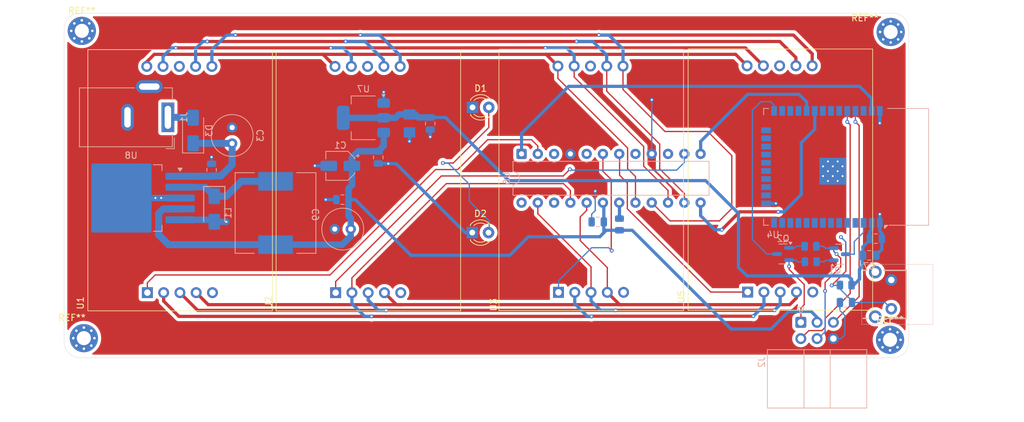
<source format=kicad_pcb>
(kicad_pcb (version 20241229) (generator "pcbnew") (generator_version "9.0")
  (layers (0 "F.Cu" signal) (2 "B.Cu" signal) (13 "F.Paste" user) (15 "B.Paste" user) (5 "F.SilkS" user "F.Silkscreen") (7 "B.SilkS" user "B.Silkscreen") (1 "F.Mask" user) (3 "B.Mask" user) (25 "Edge.Cuts" user))
  (net 0 "")
  (net 1 "GND")
  (net 2 "/pwr_in")
  (net 3 "3.3V")
  (net 4 "/EN")
  (net 5 "Net-(D3-A)")
  (net 6 "Net-(U8-OUT)")
  (net 7 "/RXD0")
  (net 8 "/DTR")
  (net 9 "/TXD0")
  (net 10 "/RTS")
  (net 11 "Net-(Q1-B)")
  (net 12 "/IO0")
  (net 13 "Net-(Q2-B)")
  (net 14 "Net-(U6-ISET)")
  (net 24 "+5V")
  (net 27 "/C")
  (net 28 "/A")
  (net 29 "/F")
  (net 30 "/B")
  (net 31 "/E")
  (net 32 "/G")
  (net 33 "/D")
  (net 36 "/DIG_3")
  (net 37 "/DIG_2")
  (net 38 "/DIG_0")
  (net 39 "/DIG_1")
  (net 41 "/Sec")
  (net 44 "/CS")
  (net 56 "/CLK")
  (net 65 "/MOSI")
  (footprint "MountingHole:MountingHole_2.2mm_M2_Pad_Via" (layer "F.Cu") (at 171.25 144)
    (property "Reference" "REF**")
    (property "Value" "MountingHole_2.2mm_M2_Pad_Via")
  )
  (footprint "Display_7Segment:SBC18-11SURKCGKWA" (layer "F.Cu") (at 139.685 139.4375 90)
    (property "Reference" "U5")
    (property "Value" "SBC18-11EGWA")
  )
  (footprint "LED_THT:LED_D3.0mm" (layer "F.Cu") (at 106.06 127.25)
    (property "Reference" "D2")
    (property "Value" "Red")
  )
  (footprint "MountingHole:MountingHole_2.2mm_M2_Pad_Via" (layer "F.Cu") (at 45.133274 95.733274)
    (property "Reference" "REF**")
    (property "Value" "MountingHole_2.2mm_M2_Pad_Via")
  )
  (footprint "Display_7Segment:SBC18-11SURKCGKWA" (layer "F.Cu") (at 45.93 139.5325 90)
    (property "Reference" "U1")
    (property "Value" "SBC18-11EGWA" (hide yes))
  )
  (footprint "Display_7Segment:SBC18-11SURKCGKWA" (layer "F.Cu") (at 75.37 139.54 90)
    (property "Reference" "U2")
    (property "Value" "SBC18-11EGWA")
  )
  (footprint "LED_THT:LED_D3.0mm" (layer "F.Cu") (at 106.1 107.68)
    (property "Reference" "D1")
    (property "Value" "Red")
  )
  (footprint "Display_7Segment:SBC18-11SURKCGKWA" (layer "F.Cu") (at 110.095 139.605 90)
    (property "Reference" "U3")
    (property "Value" "SBC18-11EGWA" (hide yes))
  )
  (footprint "MountingHole:MountingHole_2.2mm_M2_Pad_Via" (layer "F.Cu") (at 171.35 95.9)
    (property "Reference" "REF**")
    (property "Value" "MountingHole_2.2mm_M2_Pad_Via")
  )
  (footprint "MountingHole:MountingHole_2.2mm_M2_Pad_Via" (layer "F.Cu") (at 45.45 143.74)
    (property "Reference" "REF**")
    (property "Value" "MountingHole_2.2mm_M2_Pad_Via")
  )
  (footprint "Capacitor_SMD:CP_Elec_4x5.4" (layer "B.Cu") (at 85.47 116.8175 180)
    (property "Reference" "C1")
    (property "Value" "10uF")
  )
  (footprint "SparkFun-Capacitor:C_0805_2012Metric" (layer "B.Cu") (at 125.64 125.575 180)
    (property "Reference" "C12")
    (property "Value" "100nF")
  )
  (footprint "SparkFun-Fuse:1206" (layer "B.Cu") (at 96.26 110.1875 -90)
    (property "Reference" "C5")
    (property "Value" "22uF")
  )
  (footprint "RF_Module:ESP32-WROOM-32" (layer "B.Cu") (at 161.41 116.98 90)
    (property "Reference" "U4")
    (property "Value" "ESP32-WROOM-32")
  )
  (footprint "SparkFun-Switch:Push_PTH_RA_8-020_h7.5mm" (layer "B.Cu") (at 171.45 136.9 -90)
    (property "Reference" "SW1")
    (property "Value" "PTH_RA_h7.5mm")
  )
  (footprint "Package_TO_SOT_SMD:SOT-223-3_TabPin2" (layer "B.Cu") (at 89.08 109.3175 180)
    (property "Reference" "U7")
    (property "Value" "AMS1117-3.3")
  )
  (footprint "SparkFun-Capacitor:C_0805_2012Metric" (layer "B.Cu") (at 169.025 128.195)
    (property "Reference" "C8")
    (property "Value" "100nF")
  )
  (footprint "PCM_JLCPCB:R_0805" (layer "B.Cu") (at 158.89 131.8)
    (property "Reference" "R3" (hide yes))
    (property "Value" "10kΩ")
  )
  (footprint "SparkFun-Capacitor:C_0805_2012Metric" (layer "B.Cu") (at 91.39 115.4975 -90)
    (property "Reference" "C2")
    (property "Value" "100nF")
  )
  (footprint "Package_DIP:DIP-24_W7.62mm" (layer "B.Cu") (at 113.75 114.95 -90)
    (property "Reference" "U6")
    (property "Value" "MAX7221xNG")
  )
  (footprint "Capacitor_THT:C_Radial_D6.3mm_H7.0mm_P2.50mm" (layer "B.Cu") (at 68.59 113.3275 90)
    (property "Reference" "C3")
    (property "Value" "680uF")
  )
  (footprint "Connector_IDC:IDC-Header_2x03_P2.54mm_Horizontal" (layer "B.Cu") (at 157.33 141.27 -90)
    (property "Reference" "J2")
    (property "Value" "Conn_02x03_Top_Bottom")
  )
  (footprint "SparkFun-Capacitor:C_0805_2012Metric" (layer "B.Cu") (at 164.38 138.17 180)
    (property "Reference" "C11")
    (property "Value" "100nF")
  )
  (footprint "SparkFun-Capacitor:C_0805_2012Metric" (layer "B.Cu") (at 65.38 117.4475 90)
    (property "Reference" "C4")
    (property "Value" "100nF")
  )
  (footprint "PCM_JLCPCB:R_0805" (layer "B.Cu") (at 158.84 129.37 180)
    (property "Reference" "R2" (hide yes))
    (property "Value" "10kΩ")
  )
  (footprint "PCM_JLCPCB:R_0805" (layer "B.Cu") (at 129.03 125.975 -90)
    (property "Reference" "R1" (hide yes))
    (property "Value" "10kΩ")
  )
  (footprint "Package_TO_SOT_SMD:TO-263-5_TabPin3" (layer "B.Cu") (at 52.82 121.8475 180)
    (property "Reference" "U8")
    (property "Value" "LM2596S-5")
  )
  (footprint "PCM_JLCPCB:R_0805" (layer "B.Cu") (at 164.34 135.45)
    (property "Reference" "R4" (hide yes))
    (property "Value" "10kΩ")
  )
  (footprint "SparkFun-Capacitor:C_0805_2012Metric" (layer "B.Cu") (at 85.8 122.1 180)
    (property "Reference" "C10")
    (property "Value" "100nF")
  )
  (footprint "Connector_BarrelJack:BarrelJack_GCT_DCJ200-10-A_Horizontal" (layer "B.Cu") (at 58.56 109.2375 90)
    (property "Reference" "J1")
    (property "Value" "Barrel_Jack_Switch")
  )
  (footprint "Capacitor_THT:C_Radial_D6.3mm_H5.0mm_P2.50mm" (layer "B.Cu") (at 87.1 126.7 180)
    (property "Reference" "C9")
    (property "Value" "220uF")
  )
  (footprint "Capacitor_SMD:C_0805_2012Metric_Pad1.18x1.45mm_HandSolder" (layer "B.Cu") (at 168 130.8)
    (property "Reference" "C7")
    (property "Value" "22uF")
  )
  (footprint "SparkFun-Capacitor:C_0805_2012Metric" (layer "B.Cu") (at 99.5 110.2075 -90)
    (property "Reference" "C6")
    (property "Value" "100nF")
  )
  (footprint "Diode_SMD:D_SMA" (layer "B.Cu") (at 62.5 111.305 90)
    (property "Reference" "D3")
    (property "Value" "SS34")
  )
  (footprint "PCM_JLCPCB:D_SMA" (layer "B.Cu") (at 65.8 123.5575 -90)
    (property "Reference" "D4" (hide yes))
    (property "Value" "SS24")
  )
  (footprint "Inductor_SMD:L_12x12mm_H8mm" (layer "B.Cu") (at 75.36 124.1875 -90)
    (property "Reference" "L1")
    (property "Value" "L")
  )
  (footprint "Package_TO_SOT_SMD:SOT-23" (layer "B.Cu") (at 163.4075 130.63)
    (property "Reference" "Q1")
    (property "Value" "BC817")
  )
  (footprint "Package_TO_SOT_SMD:SOT-23" (layer "B.Cu") (at 154.55 130.5875 180)
    (property "Reference" "Q2")
    (property "Value" "BC817")
  )
  (gr_line (start 174.18 95.46) (end 174.18 144.31) (stroke (width 0.05)) (layer "Edge.Cuts"))
  (gr_line (start 42.37 144.31) (end 42.37 95.46) (stroke (width 0.05)) (layer "Edge.Cuts"))
  (gr_arc (start 174.18 144.31) (mid 173.447767 146.077767) (end 171.68 146.81) (stroke (width 0.05)) (layer "Edge.Cuts"))
  (gr_line (start 171.68 146.81) (end 44.87 146.81) (stroke (width 0.05)) (layer "Edge.Cuts"))
  (gr_arc (start 44.87 146.81) (mid 43.102233 146.077767) (end 42.37 144.31) (stroke (width 0.05)) (layer "Edge.Cuts"))
  (gr_arc (start 42.37 95.46) (mid 43.102233 93.692233) (end 44.87 92.96) (stroke (width 0.05)) (layer "Edge.Cuts"))
  (gr_arc (start 171.68 92.96) (mid 173.447767 93.692233) (end 174.18 95.46) (stroke (width 0.05)) (layer "Edge.Cuts"))
  (gr_line (start 44.87 92.96) (end 171.68 92.96) (stroke (width 0.05)) (layer "Edge.Cuts"))
  (via (at 57.52 121.8475) (size 0.6) (drill 0.3) (layers "F.Cu" "B.Cu") (net 1))
  (via (at 92.96 116.48) (size 0.6) (drill 0.3) (layers "F.Cu" "B.Cu") (net 1))
  (via (at 169.66 124.38) (size 0.6) (drill 0.3) (layers "F.Cu" "B.Cu") (net 1))
  (via (at 96.26 112.99) (size 0.6) (drill 0.3) (layers "F.Cu" "B.Cu") (net 1))
  (via (at 125.25 120.77) (size 0.6) (drill 0.3) (layers "F.Cu" "B.Cu") (net 1))
  (via (at 169.65 110.14) (size 0.6) (drill 0.3) (layers "F.Cu" "B.Cu") (net 1))
  (via (at 81.5 116.8) (size 0.6) (drill 0.3) (layers "F.Cu" "B.Cu") (net 1))
  (via (at 92.24 105.3) (size 0.6) (drill 0.3) (layers "F.Cu" "B.Cu") (net 1))
  (via (at 83.2 122.1) (size 0.6) (drill 0.3) (layers "F.Cu" "B.Cu") (net 1))
  (via (at 65.38 115.45) (size 0.6) (drill 0.3) (layers "F.Cu" "B.Cu") (net 1))
  (via (at 56.62 121.8475) (size 0.6) (drill 0.3) (layers "F.Cu" "B.Cu") (net 1))
  (via (at 99.5 112.3) (size 0.6) (drill 0.3) (layers "F.Cu" "B.Cu") (net 1))
  (via (at 134.08 106.51) (size 0.6) (drill 0.3) (layers "F.Cu" "B.Cu") (net 1))
  (via (at 153.44 122.69) (size 0.6) (drill 0.3) (layers "F.Cu" "B.Cu") (net 1))
  (via (at 67.69 125.57) (size 0.6) (drill 0.3) (layers "F.Cu" "B.Cu") (net 1))
  (segment (start 134.07 114.95) (end 134.07 106.52) (width 0.2) (layer "B.Cu") (net 1))
  (segment (start 169.975 128.195) (end 169.975 127.355) (width 0.5) (layer "B.Cu") (net 1))
  (segment (start 60.47 121.8475) (end 57.52 121.8475) (width 1) (layer "B.Cu") (net 1))
  (segment (start 151.9 122.69) (end 153.44 122.69) (width 0.5) (layer "B.Cu") (net 1))
  (segment (start 164.2 143.22) (end 164.2 140.19) (width 0.2) (layer "B.Cu") (net 1))
  (segment (start 164.2 140.19) (end 163.43 139.42) (width 0.2) (layer "B.Cu") (net 1))
  (segment (start 92.96 116.48) (end 94.18 116.48) (width 0.5) (layer "B.Cu") (net 1))
  (segment (start 67.6775 125.5575) (end 67.69 125.57) (width 1) (layer "B.Cu") (net 1))
  (segment (start 83.67 116.8175) (end 81.5175 116.8175) (width 0.5) (layer "B.Cu") (net 1))
  (segment (start 104.95 127.25) (end 106.06 127.25) (width 0.5) (layer "B.Cu") (net 1))
  (segment (start 94.18 116.48) (end 104.95 127.25) (width 0.5) (layer "B.Cu") (net 1))
  (segment (start 169.66 127.04) (end 169.66 125.73) (width 0.5) (layer "B.Cu") (net 1))
  (segment (start 65.49 125.2475) (end 65.8 125.5575) (width 1) (layer "B.Cu") (net 1))
  (segment (start 134.07 106.52) (end 134.08 106.51) (width 0.2) (layer "B.Cu") (net 1))
  (segment (start 163.43 139.42) (end 163.43 138.17) (width 0.2) (layer "B.Cu") (net 1))
  (segment (start 56.62 121.8475) (end 51.32 121.8475) (width 1) (layer "B.Cu") (net 1))
  (segment (start 125.25 123.81) (end 124.69 124.37) (width 0.2) (layer "B.Cu") (net 1))
  (segment (start 60.47 125.2475) (end 65.49 125.2475) (width 1) (layer "B.Cu") (net 1))
  (segment (start 169.975 128.195) (end 169.975 129.8625) (width 0.5) (layer "B.Cu") (net 1))
  (segment (start 169.66 125.73) (end 169.66 124.38) (width 0.5) (layer "B.Cu") (net 1))
  (segment (start 92.9275 116.4475) (end 91.39 116.4475) (width 0.5) (layer "B.Cu") (net 1))
  (segment (start 84.85 122.1) (end 83.2 122.1) (width 0.5) (layer "B.Cu") (net 1))
  (segment (start 169.66 108.23) (end 169.66 110.13) (width 0.5) (layer "B.Cu") (net 1))
  (segment (start 99.5 111.1575) (end 99.5 112.3) (width 0.5) (layer "B.Cu") (net 1))
  (segment (start 92.23 107.0175) (end 92.23 105.31) (width 0.5) (layer "B.Cu") (net 1))
  (segment (start 92.96 116.48) (end 92.9275 116.4475) (width 0.5) (layer "B.Cu") (net 1))
  (segment (start 65.8 125.5575) (end 67.6775 125.5575) (width 1) (layer "B.Cu") (net 1))
  (segment (start 163.61 143.81) (end 164.2 143.22) (width 0.2) (layer "B.Cu") (net 1))
  (segment (start 57.52 121.8475) (end 56.62 121.8475) (width 1) (layer "B.Cu") (net 1))
  (segment (start 169.66 110.13) (end 169.65 110.14) (width 0.5) (layer "B.Cu") (net 1))
  (segment (start 92.23 105.31) (end 92.24 105.3) (width 0.5) (layer "B.Cu") (net 1))
  (segment (start 162.41 143.81) (end 163.61 143.81) (width 0.2) (layer "B.Cu") (net 1))
  (segment (start 96.26 111.5875) (end 96.26 112.99) (width 0.5) (layer "B.Cu") (net 1))
  (segment (start 65.38 116.4975) (end 65.38 115.45) (width 0.2) (layer "B.Cu") (net 1))
  (segment (start 169.975 127.355) (end 169.66 127.04) (width 0.5) (layer "B.Cu") (net 1))
  (segment (start 125.25 120.77) (end 125.25 123.81) (width 0.2) (layer "B.Cu") (net 1))
  (segment (start 169.975 129.8625) (end 169.0375 130.8) (width 0.5) (layer "B.Cu") (net 1))
  (segment (start 124.69 124.37) (end 124.69 125.575) (width 0.2) (layer "B.Cu") (net 1))
  (segment (start 65.38 118.3975) (end 66.83 118.3975) (width 1.1) (layer "B.Cu") (net 2))
  (segment (start 68.59 116.6375) (end 68.59 113.3275) (width 1.1) (layer "B.Cu") (net 2))
  (segment (start 68.5675 113.305) (end 68.59 113.3275) (width 1.1) (layer "B.Cu") (net 2))
  (segment (start 65.33 118.4475) (end 65.38 118.3975) (width 1.1) (layer "B.Cu") (net 2))
  (segment (start 60.47 118.4475) (end 65.33 118.4475) (width 1.1) (layer "B.Cu") (net 2))
  (segment (start 62.5 113.305) (end 68.5675 113.305) (width 1.1) (layer "B.Cu") (net 2))
  (segment (start 66.83 118.3975) (end 68.59 116.6375) (width 1.1) (layer "B.Cu") (net 2))
  (segment (start 167.01 129.48) (end 167.015 129.485) (width 0.5) (layer "B.Cu") (net 3))
  (segment (start 94.6125 108.7875) (end 96.26 108.7875) (width 1) (layer "B.Cu") (net 3))
  (segment (start 147.6 132.69) (end 148.92 134.01) (width 0.5) (layer "B.Cu") (net 3))
  (segment (start 168.075 128.415) (end 167.01 129.48) (width 0.5) (layer "B.Cu") (net 3))
  (segment (start 168.075 128.195) (end 168.075 128.415) (width 0.5) (layer "B.Cu") (net 3))
  (segment (start 168.39 125.73) (end 168.39 126.79) (width 0.5) (layer "B.Cu") (net 3))
  (segment (start 147.6 124.25) (end 147.6 132.69) (width 0.5) (layer "B.Cu") (net 3))
  (segment (start 166.48 133.02) (end 166.48 134.54) (width 0.5) (layer "B.Cu") (net 3))
  (segment (start 166.9 131.03) (end 166.9 132.6) (width 0.5) (layer "B.Cu") (net 3))
  (segment (start 96.26 108.7875) (end 97.1875 108.7875) (width 1) (layer "B.Cu") (net 3))
  (segment (start 166.9 132.6) (end 166.48 133.02) (width 0.5) (layer "B.Cu") (net 3))
  (segment (start 101.8875 109.2575) (end 111.76 119.13) (width 0.5) (layer "B.Cu") (net 3))
  (segment (start 111.76 119.13) (end 142.48 119.13) (width 0.5) (layer "B.Cu") (net 3))
  (segment (start 168.075 127.105) (end 168.075 128.195) (width 0.5) (layer "B.Cu") (net 3))
  (segment (start 168.39 126.79) (end 168.075 127.105) (width 0.5) (layer "B.Cu") (net 3))
  (segment (start 94.0825 109.3175) (end 94.6125 108.7875) (width 1) (layer "B.Cu") (net 3))
  (segment (start 167.015 129.485) (end 167.015 130.915) (width 0.5) (layer "B.Cu") (net 3))
  (segment (start 166.48 134.54) (end 165.57 135.45) (width 0.5) (layer "B.Cu") (net 3))
  (segment (start 97.1875 108.7875) (end 97.6575 109.2575) (width 1) (layer "B.Cu") (net 3))
  (segment (start 165.25 134.55) (end 165.25 135.45) (width 0.5) (layer "B.Cu") (net 3))
  (segment (start 92.23 109.3175) (end 94.0825 109.3175) (width 1) (layer "B.Cu") (net 3))
  (segment (start 97.6575 109.2575) (end 99.5 109.2575) (width 1) (layer "B.Cu") (net 3))
  (segment (start 99.5 109.2575) (end 101.8875 109.2575) (width 0.5) (layer "B.Cu") (net 3))
  (segment (start 164.71 134.01) (end 165.25 134.55) (width 0.5) (layer "B.Cu") (net 3))
  (segment (start 85.93 109.3175) (end 92.23 109.3175) (width 1) (layer "B.Cu") (net 3))
  (segment (start 148.92 134.01) (end 164.71 134.01) (width 0.5) (layer "B.Cu") (net 3))
  (segment (start 165.57 135.45) (end 165.25 135.45) (width 0.5) (layer "B.Cu") (net 3))
  (segment (start 142.48 119.13) (end 147.6 124.25) (width 0.5) (layer "B.Cu") (net 3))
  (segment (start 164.36 128.72) (end 164.36 132.72) (width 0.2) (layer "F.Cu") (net 4))
  (segment (start 163.59 127.95) (end 164.36 128.72) (width 0.2) (layer "F.Cu") (net 4))
  (segment (start 164.36 133.29) (end 162.15 135.5) (width 0.2) (layer "F.Cu") (net 4))
  (segment (start 164.36 132.72) (end 164.36 133.29) (width 0.2) (layer "F.Cu") (net 4))
  (via (at 162.15 135.5) (size 0.6) (drill 0.3) (layers "F.Cu" "B.Cu") (net 4))
  (via (at 163.59 127.95) (size 0.6) (drill 0.3) (layers "F.Cu" "B.Cu") (net 4))
  (segment (start 165.33 138.17) (end 165.33 137.93) (width 0.2) (layer "B.Cu") (net 4))
  (segment (start 165.33 138.17) (end 170.47 138.17) (width 0.2) (layer "B.Cu") (net 4))
  (segment (start 165.15 137.99) (end 165.33 138.17) (width 0.2) (layer "B.Cu") (net 4))
  (segment (start 164.345 130.63) (end 165.64 130.63) (width 0.2) (layer "B.Cu") (net 4))
  (segment (start 165.67 128.65) (end 167.12 127.2) (width 0.2) (layer "B.Cu") (net 4))
  (segment (start 164.345 128.705) (end 163.59 127.95) (width 0.2) (layer "B.Cu") (net 4))
  (segment (start 165.67 130.6) (end 165.67 128.65) (width 0.2) (layer "B.Cu") (net 4))
  (segment (start 170.47 138.17) (end 171.45 139.15) (width 0.2) (layer "B.Cu") (net 4))
  (segment (start 163.43 136.03) (end 163.43 135.45) (width 0.2) (layer "B.Cu") (net 4))
  (segment (start 164.345 130.63) (end 164.345 128.705) (width 0.2) (layer "B.Cu") (net 4))
  (segment (start 167.12 127.2) (end 167.12 125.73) (width 0.2) (layer "B.Cu") (net 4))
  (segment (start 162.15 135.5) (end 163.38 135.5) (width 0.2) (layer "B.Cu") (net 4))
  (segment (start 165.64 130.63) (end 165.67 130.6) (width 0.2) (layer "B.Cu") (net 4))
  (segment (start 163.38 135.5) (end 163.43 135.45) (width 0.2) (layer "B.Cu") (net 4))
  (segment (start 165.33 137.93) (end 163.43 136.03) (width 0.2) (layer "B.Cu") (net 4))
  (segment (start 58.56 109.2375) (end 62.4325 109.2375) (width 1.1) (layer "B.Cu") (net 5))
  (segment (start 62.4325 109.2375) (end 62.5 109.305) (width 1.1) (layer "B.Cu") (net 5))
  (segment (start 65.8 121.5575) (end 67.69 121.5575) (width 1.1) (layer "B.Cu") (net 6))
  (segment (start 60.47 120.1475) (end 64.39 120.1475) (width 1) (layer "B.Cu") (net 6))
  (segment (start 67.69 121.5575) (end 70.01 119.2375) (width 1.1) (layer "B.Cu") (net 6))
  (segment (start 70.01 119.2375) (end 75.36 119.2375) (width 1.1) (layer "B.Cu") (net 6))
  (segment (start 64.39 120.1475) (end 65.8 121.5575) (width 1) (layer "B.Cu") (net 6))
  (segment (start 161.12 140.67) (end 161.12 142.05) (width 0.2) (layer "F.Cu") (net 7))
  (segment (start 161.12 142.05) (end 160.61 142.56) (width 0.2) (layer "F.Cu") (net 7))
  (segment (start 164.58 109.95) (end 165.03 110.4) (width 0.2) (layer "F.Cu") (net 7))
  (segment (start 165.03 110.4) (end 165.03 136.76) (width 0.2) (layer "F.Cu") (net 7))
  (segment (start 158.58 142.56) (end 157.33 143.81) (width 0.2) (layer "F.Cu") (net 7))
  (segment (start 160.61 142.56) (end 158.58 142.56) (width 0.2) (layer "F.Cu") (net 7))
  (segment (start 165.03 136.76) (end 161.12 140.67) (width 0.2) (layer "F.Cu") (net 7))
  (via (at 164.58 109.95) (size 0.6) (drill 0.3) (layers "F.Cu" "B.Cu") (net 7))
  (segment (start 164.58 108.23) (end 164.58 109.95) (width 0.2) (layer "B.Cu") (net 7))
  (segment (start 157.86 135.36) (end 157.86 138.51) (width 0.2) (layer "F.Cu") (net 8))
  (segment (start 157.35 141.25) (end 157.33 141.27) (width 0.2) (layer "F.Cu") (net 8))
  (segment (start 157.35 139.02) (end 157.35 141.25) (width 0.2) (layer "F.Cu") (net 8))
  (segment (start 157.86 138.51) (end 157.35 139.02) (width 0.2) (layer "F.Cu") (net 8))
  (segment (start 155.5 132.53) (end 155.5 133) (width 0.2) (layer "F.Cu") (net 8))
  (segment (start 155.5 133) (end 157.86 135.36) (width 0.2) (layer "F.Cu") (net 8))
  (via (at 155.5 132.53) (size 0.6) (drill 0.3) (layers "F.Cu" "B.Cu") (net 8))
  (segment (start 156.8 131.81) (end 157.97 131.81) (width 0.2) (layer "B.Cu") (net 8))
  (segment (start 157.97 131.81) (end 157.98 131.8) (width 0.2) (layer "B.Cu") (net 8))
  (segment (start 155.5 132.53) (end 155.5 132.27) (width 0.2) (layer "B.Cu") (net 8))
  (segment (start 155.4875 131.5375) (end 156.5275 131.5375) (width 0.2) (layer "B.Cu") (net 8))
  (segment (start 156.5275 131.5375) (end 156.8 131.81) (width 0.2) (layer "B.Cu") (net 8))
  (segment (start 155.5 132.27) (end 155.4875 132.2575) (width 0.2) (layer "B.Cu") (net 8))
  (segment (start 155.4875 132.2575) (end 155.4875 131.5375) (width 0.2) (layer "B.Cu") (net 8))
  (segment (start 166.43 137.25) (end 162.41 141.27) (width 0.2) (layer "F.Cu") (net 9))
  (segment (start 166.43 110.52) (end 166.43 137.25) (width 0.2) (layer "F.Cu") (net 9))
  (segment (start 165.85 109.94) (end 166.43 110.52) (width 0.2) (layer "F.Cu") (net 9))
  (via (at 165.85 109.94) (size 0.6) (drill 0.3) (layers "F.Cu" "B.Cu") (net 9))
  (segment (start 165.85 108.23) (end 165.85 109.94) (width 0.2) (layer "B.Cu") (net 9))
  (segment (start 161.12 135.03) (end 161.12 136.38) (width 0.2) (layer "F.Cu") (net 10))
  (segment (start 163.55 131.25) (end 163.55 132.6) (width 0.2) (layer "F.Cu") (net 10))
  (segment (start 163.55 132.6) (end 161.12 135.03) (width 0.2) (layer "F.Cu") (net 10))
  (segment (start 162.9 130.6) (end 163.55 131.25) (width 0.2) (layer "F.Cu") (net 10))
  (segment (start 162.47 130.17) (end 162.47 130.14) (width 0.2) (layer "F.Cu") (net 10))
  (segment (start 162.9 130.6) (end 162.47 130.17) (width 0.2) (layer "F.Cu") (net 10))
  (via (at 161.12 136.38) (size 0.6) (drill 0.3) (layers "F.Cu" "B.Cu") (net 10))
  (via (at 162.9 130.6) (size 0.6) (drill 0.3) (layers "F.Cu" "B.Cu") (net 10))
  (segment (start 160.05 143.81) (end 159.87 143.81) (width 0.2) (layer "B.Cu") (net 10))
  (segment (start 161.12 136.38) (end 161.12 142.74) (width 0.2) (layer "B.Cu") (net 10))
  (segment (start 160.84 129.37) (end 159.75 129.37) (width 0.2) (layer "B.Cu") (net 10))
  (segment (start 161.12 142.74) (end 160.05 143.81) (width 0.2) (layer "B.Cu") (net 10))
  (segment (start 161.15 129.68) (end 160.84 129.37) (width 0.2) (layer "B.Cu") (net 10))
  (segment (start 162.9 130.6) (end 162.47 130.17) (width 0.2) (layer "B.Cu") (net 10))
  (segment (start 162.47 130.17) (end 162.47 129.68) (width 0.2) (layer "B.Cu") (net 10))
  (segment (start 162.47 129.68) (end 161.15 129.68) (width 0.2) (layer "B.Cu") (net 10))
  (segment (start 162.47 131.58) (end 161.21 131.58) (width 0.2) (layer "B.Cu") (net 11))
  (segment (start 161.21 131.58) (end 160.99 131.8) (width 0.2) (layer "B.Cu") (net 11))
  (segment (start 160.99 131.8) (end 159.8 131.8) (width 0.2) (layer "B.Cu") (net 11))
  (segment (start 149.77 128.33) (end 149.77 108.13) (width 0.2) (layer "B.Cu") (net 12))
  (segment (start 152.0275 130.5875) (end 149.77 128.33) (width 0.2) (layer "B.Cu") (net 12))
  (segment (start 152.6 106.8) (end 153.15 107.35) (width 0.2) (layer "B.Cu") (net 12))
  (segment (start 153.6125 130.5875) (end 152.0275 130.5875) (width 0.2) (layer "B.Cu") (net 12))
  (segment (start 153.15 107.35) (end 153.15 108.23) (width 0.2) (layer "B.Cu") (net 12))
  (segment (start 151.1 106.8) (end 152.6 106.8) (width 0.2) (layer "B.Cu") (net 12))
  (segment (start 149.77 108.13) (end 151.1 106.8) (width 0.2) (layer "B.Cu") (net 12))
  (segment (start 155.4875 129.6375) (end 156.3925 129.6375) (width 0.2) (layer "B.Cu") (net 13))
  (segment (start 156.66 129.37) (end 157.93 129.37) (width 0.2) (layer "B.Cu") (net 13))
  (segment (start 156.3925 129.6375) (end 156.66 129.37) (width 0.2) (layer "B.Cu") (net 13))
  (segment (start 129.03 122.61) (end 128.99 122.57) (width 0.5) (layer "B.Cu") (net 14))
  (segment (start 129.03 125.065) (end 129.03 122.61) (width 0.5) (layer "B.Cu") (net 14))
  (segment (start 60.47 123.5475) (end 57.85 123.5475) (width 1.1) (layer "B.Cu") (net 24))
  (segment (start 87.27 116.8175) (end 87.27 115.53) (width 1) (layer "B.Cu") (net 24))
  (segment (start 87.3 119.8) (end 87.3 116.8475) (width 1) (layer "B.Cu") (net 24))
  (segment (start 57.85 123.5475) (end 57.13 124.2675) (width 1.1) (layer "B.Cu") (net 24))
  (segment (start 126.59 127.27) (end 126.975 126.885) (width 0.5) (layer "B.Cu") (net 24))
  (segment (start 87.1 125) (end 87.1 126.7) (width 1) (layer "B.Cu") (net 24))
  (segment (start 87.8 122.1) (end 86.75 122.1) (width 0.5) (layer "B.Cu") (net 24))
  (segment (start 159.87 140.49) (end 159.87 141.27) (width 0.5) (layer "B.Cu") (net 24))
  (segment (start 158.94 139.56) (end 159.87 140.49) (width 0.5) (layer "B.Cu") (net 24))
  (segment (start 126.59 127.27) (end 125.96 127.9) (width 0.5) (layer "B.Cu") (net 24))
  (segment (start 129.03 126.885) (end 131.015 126.885) (width 0.5) (layer "B.Cu") (net 24))
  (segment (start 155.43 139.56) (end 158.94 139.56) (width 0.5) (layer "B.Cu") (net 24))
  (segment (start 88.2525 114.5475) (end 91.39 114.5475) (width 1) (layer "B.Cu") (net 24))
  (segment (start 87.1 127.8) (end 87.1 126.7) (width 1) (layer "B.Cu") (net 24))
  (segment (start 152.69 142.3) (end 155.43 139.56) (width 0.5) (layer "B.Cu") (net 24))
  (segment (start 57.13 124.2675) (end 57.13 127.5875) (width 1.1) (layer "B.Cu") (net 24))
  (segment (start 87.3 116.8475) (end 87.27 116.8175) (width 1) (layer "B.Cu") (net 24))
  (segment (start 87.27 115.53) (end 88.2525 114.5475) (width 1) (layer "B.Cu") (net 24))
  (segment (start 91.39 114.5475) (end 91.44 114.5475) (width 1.1) (layer "B.Cu") (net 24))
  (segment (start 91.39 114.5475) (end 92.23 113.7075) (width 1) (layer "B.Cu") (net 24))
  (segment (start 111.9 130.8) (end 96.5 130.8) (width 0.5) (layer "B.Cu") (net 24))
  (segment (start 96.5 130.8) (end 87.8 122.1) (width 0.5) (layer "B.Cu") (net 24))
  (segment (start 92.23 113.7075) (end 92.23 111.6175) (width 1) (layer "B.Cu") (net 24))
  (segment (start 58.68 129.1375) (end 75.36 129.1375) (width 1.1) (layer "B.Cu") (net 24))
  (segment (start 86.75 124.65) (end 87.1 125) (width 1) (layer "B.Cu") (net 24))
  (segment (start 126.59 127.27) (end 126.59 125.575) (width 0.5) (layer "B.Cu") (net 24))
  (segment (start 131.015 126.885) (end 146.43 142.3) (width 0.5) (layer "B.Cu") (net 24))
  (segment (start 125.96 127.9) (end 114.8 127.9) (width 0.5) (layer "B.Cu") (net 24))
  (segment (start 126.59 125.575) (end 126.59 122.71) (width 0.5) (layer "B.Cu") (net 24))
  (segment (start 91.3425 114.5) (end 91.39 114.5475) (width 1) (layer "B.Cu") (net 24))
  (segment (start 85.7625 129.1375) (end 87.1 127.8) (width 1) (layer "B.Cu") (net 24))
  (segment (start 75.36 129.1375) (end 85.7625 129.1375) (width 1) (layer "B.Cu") (net 24))
  (segment (start 146.43 142.3) (end 152.69 142.3) (width 0.5) (layer "B.Cu") (net 24))
  (segment (start 86.75 122.1) (end 86.75 124.65) (width 1) (layer "B.Cu") (net 24))
  (segment (start 114.8 127.9) (end 111.9 130.8) (width 0.5) (layer "B.Cu") (net 24))
  (segment (start 126.975 126.885) (end 129.03 126.885) (width 0.5) (layer "B.Cu") (net 24))
  (segment (start 126.4 122.52) (end 126.45 122.57) (width 0.5) (layer "B.Cu") (net 24))
  (segment (start 126.59 122.71) (end 126.45 122.57) (width 0.5) (layer "B.Cu") (net 24))
  (segment (start 86.75 120.35) (end 87.3 119.8) (width 1) (layer "B.Cu") (net 24))
  (segment (start 91.37 114.5275) (end 91.39 114.5475) (width 1.1) (layer "B.Cu") (net 24))
  (segment (start 86.75 122.1) (end 86.75 120.35) (width 1) (layer "B.Cu") (net 24))
  (segment (start 57.13 127.5875) (end 58.68 129.1375) (width 1.1) (layer "B.Cu") (net 24))
  (segment (start 155.6 138.51) (end 129.41 138.51) (width 0.5) (layer "F.Cu") (net 27))
  (segment (start 129.41 138.51) (end 129.06 138.51) (width 0.5) (layer "F.Cu") (net 27))
  (segment (start 122.9 124.8) (end 123.91 123.79) (width 0.2) (layer "F.Cu") (net 27))
  (segment (start 95.1 138.51) (end 64.8575 138.51) (width 0.5) (layer "F.Cu") (net 27))
  (segment (start 123.91 123.79) (end 123.91 122.57) (width 0.2) (layer "F.Cu") (net 27))
  (segment (start 122.9 128.493956) (end 122.9 124.8) (width 0.2) (layer "F.Cu") (net 27))
  (segment (start 127.135 132.728956) (end 122.9 128.493956) (width 0.2) (layer "F.Cu") (net 27))
  (segment (start 156.655 137.455) (end 155.6 138.51) (width 0.5) (layer "F.Cu") (net 27))
  (segment (start 129.06 138.51) (end 127.135 136.585) (width 0.5) (layer "F.Cu") (net 27))
  (segment (start 94.23 138.51) (end 92.36 136.64) (width 0.5) (layer "F.Cu") (net 27))
  (segment (start 64.8575 138.51) (end 62.98 136.6325) (width 0.5) (layer "F.Cu") (net 27))
  (segment (start 129.41 138.51) (end 95.1 138.51) (width 0.5) (layer "F.Cu") (net 27))
  (segment (start 156.655 136.5375) (end 156.655 137.455) (width 0.5) (layer "F.Cu") (net 27))
  (segment (start 95.1 138.51) (end 94.23 138.51) (width 0.5) (layer "F.Cu") (net 27))
  (segment (start 127.135 136.585) (end 127.135 132.728956) (width 0.2) (layer "F.Cu") (net 27))
  (segment (start 127.045 101.235) (end 127.045 105.155) (width 0.2) (layer "F.Cu") (net 28))
  (segment (start 139.15 121.13) (end 139.15 122.57) (width 0.2) (layer "F.Cu") (net 28))
  (segment (start 135.31 113.42) (end 135.31 117.29) (width 0.2) (layer "F.Cu") (net 28))
  (segment (start 122.32 97.39) (end 154.05 97.39) (width 0.5) (layer "F.Cu") (net 28))
  (segment (start 64.7 97.39) (end 86.3 97.39) (width 0.5) (layer "F.Cu") (net 28))
  (segment (start 154.05 97.39) (end 156.565 99.905) (width 0.5) (layer "F.Cu") (net 28))
  (segment (start 86.3 97.39) (end 86.31 97.39) (width 0.5) (layer "F.Cu") (net 28))
  (segment (start 135.31 117.29) (end 139.15 121.13) (width 0.2) (layer "F.Cu") (net 28))
  (segment (start 127.045 105.155) (end 135.31 113.42) (width 0.2) (layer "F.Cu") (net 28))
  (segment (start 156.565 99.905) (end 156.565 101.1875) (width 0.5) (layer "F.Cu") (net 28))
  (segment (start 86.3 97.39) (end 122.32 97.39) (width 0.5) (layer "F.Cu") (net 28))
  (via (at 64.7 97.39) (size 0.6) (drill 0.3) (layers "F.Cu" "B.Cu") (net 28))
  (via (at 122.32 97.39) (size 0.6) (drill 0.3) (layers "F.Cu" "B.Cu") (net 28))
  (via (at 86.3 97.39) (size 0.6) (drill 0.3) (layers "F.Cu" "B.Cu") (net 28))
  (segment (start 124.89 97.39) (end 127.03 99.53) (width 0.5) (layer "B.Cu") (net 28))
  (segment (start 127.03 99.53) (end 127.03 101.22) (width 0.5) (layer "B.Cu") (net 28))
  (segment (start 92.2 100.24) (end 92.2 101.22) (width 0.5) (layer "B.Cu") (net 28))
  (segment (start 127.03 101.22) (end 127.045 101.235) (width 0.5) (layer "B.Cu") (net 28))
  (segment (start 89.35 97.39) (end 92.2 100.24) (width 0.5) (layer "B.Cu") (net 28))
  (segment (start 86.3 97.39) (end 89.35 97.39) (width 0.5) (layer "B.Cu") (net 28))
  (segment (start 64.02 97.39) (end 62.89 98.52) (width 0.5) (layer "B.Cu") (net 28))
  (segment (start 122.32 97.39) (end 124.89 97.39) (width 0.5) (layer "B.Cu") (net 28))
  (segment (start 62.89 98.52) (end 62.89 101.2825) (width 0.5) (layer "B.Cu") (net 28))
  (segment (start 64.7 97.39) (end 64.02 97.39) (width 0.5) (layer "B.Cu") (net 28))
  (segment (start 92.2 101.22) (end 92.27 101.29) (width 0.5) (layer "B.Cu") (net 28))
  (segment (start 59.8 98.39) (end 83.99 98.39) (width 0.5) (layer "F.Cu") (net 29))
  (segment (start 121.965 102.955) (end 132.81 113.8) (width 0.2) (layer "F.Cu") (net 29))
  (segment (start 121.965 101.235) (end 121.965 102.955) (width 0.2) (layer "F.Cu") (net 29))
  (segment (start 132.81 116.87) (end 136.61 120.67) (width 0.2) (layer "F.Cu") (net 29))
  (segment (start 117.48 98.39) (end 148.6875 98.39) (width 0.5) (layer "F.Cu") (net 29))
  (segment (start 83.99 98.39) (end 117.48 98.39) (width 0.5) (layer "F.Cu") (net 29))
  (segment (start 136.61 120.67) (end 136.61 122.57) (width 0.2) (layer "F.Cu") (net 29))
  (segment (start 132.81 113.8) (end 132.81 116.87) (width 0.2) (layer "F.Cu") (net 29))
  (segment (start 148.6875 98.39) (end 151.485 101.1875) (width 0.5) (layer "F.Cu") (net 29))
  (via (at 117.48 98.39) (size 0.6) (drill 0.3) (layers "F.Cu" "B.Cu") (net 29))
  (via (at 59.8 98.39) (size 0.6) (drill 0.3) (layers "F.Cu" "B.Cu") (net 29))
  (via (at 83.99 98.39) (size 0.6) (drill 0.3) (layers "F.Cu" "B.Cu") (net 29))
  (segment (start 87.19 99.67) (end 87.19 101.29) (width 0.5) (layer "B.Cu") (net 29))
  (segment (start 117.48 98.39) (end 120.79 98.39) (width 0.5) (layer "B.Cu") (net 29))
  (segment (start 59.8 98.39) (end 59.14 98.39) (width 0.5) (layer "B.Cu") (net 29))
  (segment (start 85.91 98.39) (end 87.19 99.67) (width 0.5) (layer "B.Cu") (net 29))
  (segment (start 83.99 98.39) (end 85.91 98.39) (width 0.5) (layer "B.Cu") (net 29))
  (segment (start 121.965 99.565) (end 121.965 101.235) (width 0.5) (layer "B.Cu") (net 29))
  (segment (start 57.81 99.72) (end 57.81 101.2825) (width 0.5) (layer "B.Cu") (net 29))
  (segment (start 59.14 98.39) (end 57.81 99.72) (width 0.5) (layer "B.Cu") (net 29))
  (segment (start 120.79 98.39) (end 121.965 99.565) (width 0.5) (layer "B.Cu") (net 29))
  (segment (start 129.58 101.24) (end 129.58 104.9) (width 0.2) (layer "F.Cu") (net 30))
  (segment (start 125.82 96.38) (end 156.17 96.38) (width 0.5) (layer "F.Cu") (net 30))
  (segment (start 136.13 111.45) (end 142.79 111.45) (width 0.2) (layer "F.Cu") (net 30))
  (segment (start 88.59 96.38) (end 125.82 96.38) (width 0.5) (layer "F.Cu") (net 30))
  (segment (start 142.79 111.45) (end 146.56 115.22) (width 0.2) (layer "F.Cu") (net 30))
  (segment (start 146.56 123.49) (end 144.63 125.42) (width 0.2) (layer "F.Cu") (net 30))
  (segment (start 136.92 125.42) (end 134.07 122.57) (width 0.2) (layer "F.Cu") (net 30))
  (segment (start 159.105 99.315) (end 159.105 101.1875) (width 0.5) (layer "F.Cu") (net 30))
  (segment (start 156.17 96.38) (end 159.105 99.315) (width 0.5) (layer "F.Cu") (net 30))
  (segment (start 129.58 104.9) (end 136.13 111.45) (width 0.2) (layer "F.Cu") (net 30))
  (segment (start 69.1 96.38) (end 88.59 96.38) (width 0.5) (layer "F.Cu") (net 30))
  (segment (start 129.585 101.235) (end 129.58 101.24) (width 0.2) (layer "F.Cu") (net 30))
  (segment (start 144.63 125.42) (end 136.92 125.42) (width 0.2) (layer "F.Cu") (net 30))
  (segment (start 146.56 115.22) (end 146.56 123.49) (width 0.2) (layer "F.Cu") (net 30))
  (via (at 69.1 96.38) (size 0.6) (drill 0.3) (layers "F.Cu" "B.Cu") (net 30))
  (via (at 88.59 96.38) (size 0.6) (drill 0.3) (layers "F.Cu" "B.Cu") (net 30))
  (via (at 125.82 96.38) (size 0.6) (drill 0.3) (layers "F.Cu" "B.Cu") (net 30))
  (segment (start 127.38 96.38) (end 129.6 98.6) (width 0.5) (layer "B.Cu") (net 30))
  (segment (start 69.1 96.38) (end 67.72 96.38) (width 0.5) (layer "B.Cu") (net 30))
  (segment (start 88.59 96.38) (end 91.6 96.38) (width 0.5) (layer "B.Cu") (net 30))
  (segment (start 91.6 96.38) (end 94.81 99.59) (width 0.5) (layer "B.Cu") (net 30))
  (segment (start 67.72 96.38) (end 65.43 98.67) (width 0.5) (layer "B.Cu") (net 30))
  (segment (start 94.81 99.59) (end 94.81 101.29) (width 0.5) (layer "B.Cu") (net 30))
  (segment (start 125.82 96.38) (end 127.38 96.38) (width 0.5) (layer "B.Cu") (net 30))
  (segment (start 129.585 98.615) (end 129.585 101.235) (width 0.5) (layer "B.Cu") (net 30))
  (segment (start 65.43 98.67) (end 65.43 101.2825) (width 0.5) (layer "B.Cu") (net 30))
  (segment (start 129.6 98.6) (end 129.585 98.615) (width 0.5) (layer "B.Cu") (net 30))
  (segment (start 121.37 120.67) (end 121.37 122.57) (width 0.2) (layer "F.Cu") (net 31))
  (segment (start 149.91 140.31) (end 124.66 140.31) (width 0.5) (layer "F.Cu") (net 31))
  (segment (start 87.28 134.33) (end 102.01 119.6) (width 0.2) (layer "F.Cu") (net 31))
  (segment (start 60.29 140.34) (end 57.9 137.95) (width 0.5) (layer "F.Cu") (net 31))
  (segment (start 57.9 137.95) (end 57.9 136.6325) (width 0.5) (layer "F.Cu") (net 31))
  (segment (start 90.34 140.34) (end 60.29 140.34) (width 0.5) (layer "F.Cu") (net 31))
  (segment (start 90.34 140.34) (end 90.340001 140.339999) (width 0.5) (layer "F.Cu") (net 31))
  (segment (start 120.3 119.6) (end 121.37 120.67) (width 0.2) (layer "F.Cu") (net 31))
  (segment (start 124.671157 140.339999) (end 90.34 140.34) (width 0.5) (layer "F.Cu") (net 31))
  (segment (start 102.01 119.6) (end 120.3 119.6) (width 0.2) (layer "F.Cu") (net 31))
  (segment (start 87.28 136.64) (end 87.28 134.33) (width 0.2) (layer "F.Cu") (net 31))
  (via (at 90.34 140.34) (size 0.6) (drill 0.3) (layers "F.Cu" "B.Cu") (net 31))
  (via (at 149.91 140.31) (size 0.6) (drill 0.3) (layers "F.Cu" "B.Cu") (net 31))
  (via (at 124.671157 140.339999) (size 0.6) (drill 0.3) (layers "F.Cu" "B.Cu") (net 31))
  (segment (start 87.28 138.34) (end 87.28 136.64) (width 0.5) (layer "B.Cu") (net 31))
  (segment (start 151.575 136.5375) (end 151.575 138.645) (width 0.5) (layer "B.Cu") (net 31))
  (segment (start 89.28 140.34) (end 87.28 138.34) (width 0.5) (layer "B.Cu") (net 31))
  (segment (start 90.34 140.34) (end 89.28 140.34) (width 0.5) (layer "B.Cu") (net 31))
  (segment (start 124.671157 140.339999) (end 124.029999 140.339999) (width 0.5) (layer "B.Cu") (net 31))
  (segment (start 122.055 138.365) (end 122.055 136.585) (width 0.5) (layer "B.Cu") (net 31))
  (segment (start 151.575 138.645) (end 149.91 140.31) (width 0.5) (layer "B.Cu") (net 31))
  (segment (start 124.029999 140.339999) (end 122.055 138.365) (width 0.5) (layer "B.Cu") (net 31))
  (segment (start 119.425 103.165) (end 130.3 114.04) (width 0.2) (layer "F.Cu") (net 32))
  (segment (start 82.76 99.4) (end 84.65 101.29) (width 0.5) (layer "F.Cu") (net 32))
  (segment (start 147.1575 99.4) (end 148.945 101.1875) (width 0.5) (layer "F.Cu") (net 32))
  (segment (start 55.27 101.2825) (end 55.27 100.57) (width 0.5) (layer "F.Cu") (net 32))
  (segment (start 82.76 99.4) (end 117.59 99.4) (width 0.5) (layer "F.Cu") (net 32))
  (segment (start 130.3 114.04) (end 130.3 117.26) (width 0.2) (layer "F.Cu") (net 32))
  (segment (start 55.27 100.57) (end 56.44 99.4) (width 0.5) (layer "F.Cu") (net 32))
  (segment (start 117.59 99.4) (end 147.1575 99.4) (width 0.5) (layer "F.Cu") (net 32))
  (segment (start 56.44 99.4) (end 82.76 99.4) (width 0.5) (layer "F.Cu") (net 32))
  (segment (start 130.3 117.26) (end 131.53 118.49) (width 0.2) (layer "F.Cu") (net 32))
  (segment (start 119.425 101.235) (end 119.425 103.165) (width 0.2) (layer "F.Cu") (net 32))
  (segment (start 117.59 99.4) (end 119.425 101.235) (width 0.5) (layer "F.Cu") (net 32))
  (segment (start 131.53 118.49) (end 131.53 122.57) (width 0.2) (layer "F.Cu") (net 32))
  (segment (start 63.2075 139.4) (end 60.44 136.6325) (width 0.5) (layer "F.Cu") (net 33))
  (segment (start 116.29 124.3) (end 116.29 122.57) (width 0.2) (layer "F.Cu") (net 33))
  (segment (start 92.62 139.4) (end 63.2075 139.4) (width 0.5) (layer "F.Cu") (net 33))
  (segment (start 92.63 139.39) (end 92.62 139.4) (width 0.5) (layer "F.Cu") (net 33))
  (segment (start 128.44 139.39) (end 92.63 139.39) (width 0.5) (layer "F.Cu") (net 33))
  (segment (start 124.595 136.585) (end 124.595 132.605) (width 0.2) (layer "F.Cu") (net 33))
  (segment (start 124.595 132.605) (end 116.29 124.3) (width 0.2) (layer "F.Cu") (net 33))
  (segment (start 153.22 139.39) (end 128.44 139.39) (width 0.5) (layer "F.Cu") (net 33))
  (via (at 153.22 139.39) (size 0.6) (drill 0.3) (layers "F.Cu" "B.Cu") (net 33))
  (via (at 92.62 139.4) (size 0.6) (drill 0.3) (layers "F.Cu" "B.Cu") (net 33))
  (via (at 128.44 139.39) (size 0.6) (drill 0.3) (layers "F.Cu" "B.Cu") (net 33))
  (segment (start 91.42 139.4) (end 89.82 137.8) (width 0.5) (layer "B.Cu") (net 33))
  (segment (start 89.82 137.8) (end 89.82 136.64) (width 0.5) (layer "B.Cu") (net 33))
  (segment (start 154.115 138.495) (end 153.22 139.39) (width 0.5) (layer "B.Cu") (net 33))
  (segment (start 92.62 139.4) (end 91.42 139.4) (width 0.5) (layer "B.Cu") (net 33))
  (segment (start 154.115 136.5375) (end 154.115 138.495) (width 0.5) (layer "B.Cu") (net 33))
  (segment (start 124.595 137.915) (end 124.595 136.585) (width 0.5) (layer "B.Cu") (net 33))
  (segment (start 126.07 139.39) (end 124.595 137.915) (width 0.5) (layer "B.Cu") (net 33))
  (segment (start 128.44 139.39) (end 126.07 139.39) (width 0.5) (layer "B.Cu") (net 33))
  (segment (start 129.05 115.01) (end 128.99 114.95) (width 0.2) (layer "F.Cu") (net 36))
  (segment (start 130.26 119.49) (end 129.05 118.28) (width 0.2) (layer "F.Cu") (net 36))
  (segment (start 129.05 118.28) (end 129.05 115.01) (width 0.2) (layer "F.Cu") (net 36))
  (segment (start 149.035 136.5375) (end 143.2675 136.5375) (width 0.2) (layer "F.Cu") (net 36))
  (segment (start 143.2675 136.5375) (end 130.26 123.53) (width 0.2) (layer "F.Cu") (net 36))
  (segment (start 130.26 123.53) (end 130.26 119.49) (width 0.2) (layer "F.Cu") (net 36))
  (segment (start 127.82 130.07) (end 127.75 130) (width 0.2) (layer "F.Cu") (net 37))
  (segment (start 126.45 117.67) (end 126.45 114.95) (width 0.2) (layer "F.Cu") (net 37))
  (segment (start 127.75 118.97) (end 126.45 117.67) (width 0.2) (layer "F.Cu") (net 37))
  (segment (start 127.75 130) (end 127.75 118.97) (width 0.2) (layer "F.Cu") (net 37))
  (via (at 127.82 130.07) (size 0.6) (drill 0.3) (layers "F.Cu" "B.Cu") (net 37))
  (segment (start 124.7 129.61) (end 127.35 129.61) (width 0.2) (layer "B.Cu") (net 37))
  (segment (start 127.81 130.07) (end 127.82 130.07) (width 0.2) (layer "B.Cu") (net 37))
  (segment (start 119.52 136.58) (end 119.52 134.79) (width 0.2) (layer "B.Cu") (net 37))
  (segment (start 119.52 134.79) (end 124.7 129.61) (width 0.2) (layer "B.Cu") (net 37))
  (segment (start 127.35 129.61) (end 127.81 130.07) (width 0.2) (layer "B.Cu") (net 37))
  (segment (start 119.515 136.585) (end 119.52 136.58) (width 0.2) (layer "B.Cu") (net 37))
  (segment (start 116.29 113.72) (end 116.29 114.95) (width 0.2) (layer "F.Cu") (net 38))
  (segment (start 103.8 117.4) (end 108.46 112.74) (width 0.2) (layer "F.Cu") (net 38))
  (segment (start 56.58 133.87) (end 83.86 133.87) (width 0.2) (layer "F.Cu") (net 38))
  (segment (start 83.86 133.87) (end 100.33 117.4) (width 0.2) (layer "F.Cu") (net 38))
  (segment (start 108.46 112.74) (end 115.31 112.74) (width 0.2) (layer "F.Cu") (net 38))
  (segment (start 115.31 112.74) (end 116.29 113.72) (width 0.2) (layer "F.Cu") (net 38))
  (segment (start 55.36 135.09) (end 56.58 133.87) (width 0.2) (layer "F.Cu") (net 38))
  (segment (start 55.36 136.6325) (end 55.36 135.09) (width 0.2) (layer "F.Cu") (net 38))
  (segment (start 100.33 117.4) (end 103.8 117.4) (width 0.2) (layer "F.Cu") (net 38))
  (segment (start 101.24 118.4) (end 84.74 134.9) (width 0.2) (layer "F.Cu") (net 39))
  (segment (start 120.26 118.4) (end 101.24 118.4) (width 0.2) (layer "F.Cu") (net 39))
  (segment (start 121.3 117.36) (end 120.26 118.4) (width 0.2) (layer "F.Cu") (net 39))
  (segment (start 84.74 134.9) (end 84.74 136.64) (width 0.2) (layer "F.Cu") (net 39))
  (via (at 121.3 117.36) (size 0.6) (drill 0.3) (layers "F.Cu" "B.Cu") (net 39))
  (segment (start 121.43 117.49) (end 137.95 117.49) (width 0.2) (layer "B.Cu") (net 39))
  (segment (start 137.95 117.49) (end 139.15 116.29) (width 0.2) (layer "B.Cu") (net 39))
  (segment (start 139.15 116.29) (end 139.15 114.95) (width 0.2) (layer "B.Cu") (net 39))
  (segment (start 121.3 117.36) (end 121.43 117.49) (width 0.2) (layer "B.Cu") (net 39))
  (segment (start 103.09 116.38) (end 108.64 110.83) (width 0.2) (layer "F.Cu") (net 41))
  (segment (start 108.64 110.83) (end 108.64 107.68) (width 0.2) (layer "F.Cu") (net 41))
  (segment (start 101.47 116.38) (end 103.09 116.38) (width 0.2) (layer "F.Cu") (net 41))
  (via (at 101.47 116.38) (size 0.6) (drill 0.3) (layers "F.Cu" "B.Cu") (net 41))
  (segment (start 108.71 127.14) (end 108.71 125.44) (width 0.2) (layer "B.Cu") (net 41))
  (segment (start 102.28 116.38) (end 101.39 116.38) (width 0.2) (layer "B.Cu") (net 41))
  (segment (start 108.6 127.25) (end 108.71 127.14) (width 0.2) (layer "B.Cu") (net 41))
  (segment (start 105.6 119.7) (end 102.28 116.38) (width 0.2) (layer "B.Cu") (net 41))
  (segment (start 105.6 122.33) (end 105.6 119.7) (width 0.2) (layer "B.Cu") (net 41))
  (segment (start 108.71 125.44) (end 105.6 122.33) (width 0.2) (layer "B.Cu") (net 41))
  (segment (start 158.23 106.83) (end 158.23 108.23) (width 0.5) (layer "B.Cu") (net 44))
  (segment (start 141.69 114.95) (end 141.7 114.94) (width 0.5) (layer "B.Cu") (net 44))
  (segment (start 149.05 105.65) (end 157.05 105.65) (width 0.5) (layer "B.Cu") (net 44))
  (segment (start 141.7 113) (end 149.05 105.65) (width 0.5) (layer "B.Cu") (net 44))
  (segment (start 157.05 105.65) (end 158.23 106.83) (width 0.5) (layer "B.Cu") (net 44))
  (segment (start 141.7 114.94) (end 141.7 113) (width 0.5) (layer "B.Cu") (net 44))
  (segment (start 153.8 124) (end 147.8 124) (width 0.5) (layer "F.Cu") (net 56))
  (segment (start 147.8 124) (end 145 126.8) (width 0.5) (layer "F.Cu") (net 56))
  (via (at 153.8 124) (size 0.6) (drill 0.3) (layers "F.Cu" "B.Cu") (net 56))
  (via (at 145 126.8) (size 0.6) (drill 0.3) (layers "F.Cu" "B.Cu") (net 56))
  (segment (start 157.4 121.3) (end 154.7 124) (width 0.5) (layer "B.Cu") (net 56))
  (segment (start 159.5 111.1) (end 157.4 113.2) (width 0.5) (layer "B.Cu") (net 56))
  (segment (start 143.89 126.8) (end 141.69 124.6) (width 0.5) (layer "B.Cu") (net 56))
  (segment (start 141.69 124.6) (end 141.69 122.57) (width 0.5) (layer "B.Cu") (net 56))
  (segment (start 154.7 124) (end 153.8 124) (width 0.5) (layer "B.Cu") (net 56))
  (segment (start 145 126.8) (end 143.89 126.8) (width 0.5) (layer "B.Cu") (net 56))
  (segment (start 159.5 108.23) (end 159.5 111.1) (width 0.5) (layer "B.Cu") (net 56))
  (segment (start 157.4 113.2) (end 157.4 121.3) (width 0.5) (layer "B.Cu") (net 56))
  (segment (start 121.1 104.4) (end 166.5 104.4) (width 0.5) (layer "B.Cu") (net 65))
  (segment (start 113.75 114.95) (end 113.75 111.75) (width 0.5) (layer "B.Cu") (net 65))
  (segment (start 166.5 104.4) (end 168.39 106.29) (width 0.5) (layer "B.Cu") (net 65))
  (segment (start 168.39 106.29) (end 168.39 108.23) (width 0.5) (layer "B.Cu") (net 65))
  (segment (start 113.75 111.75) (end 121.1 104.4) (width 0.5) (layer "B.Cu") (net 65))
  (zone (net 1) (net_name "GND") (layer "F.Cu") (name "GND") (connect_pads yes (clearance 0.5)) (min_thickness 0.25) (fill yes (thermal_gap 0.5) (thermal_bridge_width 0.5) (smoothing fillet) (radius 2))
    (polygon (pts (xy 40.09 90.91) (xy 175.94 90.91) (xy 175.94 148.85) (xy 175.69 149.1) (xy 40.46 149.1) (xy 40.34 148.98) (xy 40.34 91.04) (xy 40.22 91.04)))
  )
)
</source>
